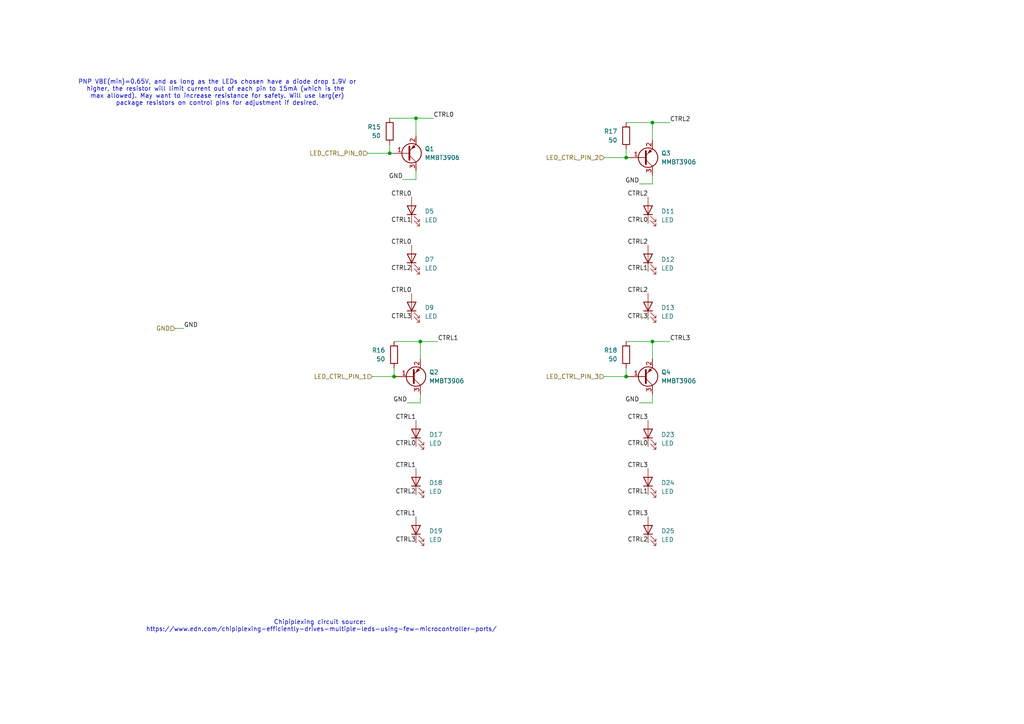
<source format=kicad_sch>
(kicad_sch (version 20231120) (generator "eeschema") (generator_version "8.0")
  (paper "A4")
  (title_block (title "Holiday Widget") (date "2024-05-15") (rev "1.0"))
  (lib_symbols
    (symbol "Device:LED" (pin_numbers hide) (pin_names (offset 1.016) hide)
      (property "Reference" "D" (at 0 2.54 0))
      (property "Value" "LED" (at 0 -2.54 0))
      (symbol "LED_0_1"
        (polyline (pts (xy -1.27 -1.27) (xy -1.27 1.27)) (stroke (width 0.254)))
        (polyline (pts (xy -1.27 0) (xy 1.27 0)))
        (polyline (pts (xy 1.27 -1.27) (xy 1.27 1.27) (xy -1.27 0) (xy 1.27 -1.27)) (stroke (width 0.254)))
        (polyline (pts (xy -3.048 -0.762) (xy -4.572 -2.286) (xy -3.81 -2.286) (xy -4.572 -2.286) (xy -4.572 -1.524)))
        (polyline (pts (xy -1.778 -0.762) (xy -3.302 -2.286) (xy -2.54 -2.286) (xy -3.302 -2.286) (xy -3.302 -1.524)))
      )
      (symbol "LED_1_1"
        (pin passive line (at -3.81 0 0) (length 2.54) (name "K") (number "1"))
        (pin passive line (at 3.81 0 180) (length 2.54) (name "A") (number "2"))
      )
    )
    (symbol "Device:R" (pin_numbers hide) (pin_names (offset 0))
      (property "Reference" "R" (at 2.032 0 90))
      (property "Value" "R" (at 0 0 90))
      (symbol "R_0_1"
        (rectangle (start -1.016 -2.54) (end 1.016 2.54) (stroke (width 0.254)))
      )
      (symbol "R_1_1"
        (pin passive line (at 0 3.81 270) (length 1.27) (name "~") (number "1"))
        (pin passive line (at 0 -3.81 90) (length 1.27) (name "~") (number "2"))
      )
    )
    (symbol "Transistor_BJT:MMBT3906" (pin_names (offset 0) hide)
      (property "Reference" "Q" (at 5.08 1.905 0))
      (property "Value" "MMBT3906" (at 5.08 0 0))
      (symbol "MMBT3906_0_1"
        (polyline (pts (xy 0.635 0.635) (xy 2.54 2.54)))
        (polyline (pts (xy 0.635 -0.635) (xy 2.54 -2.54) (xy 2.54 -2.54)))
        (polyline (pts (xy 0.635 1.905) (xy 0.635 -1.905) (xy 0.635 -1.905)) (stroke (width 0.508)))
        (polyline (pts (xy 2.286 -1.778) (xy 1.778 -2.286) (xy 1.27 -1.27) (xy 2.286 -1.778) (xy 2.286 -1.778)) (fill (type outline)))
        (circle (center 1.27 0) (radius 2.8194) (stroke (width 0.254)))
      )
      (symbol "MMBT3906_1_1"
        (pin input line (at -5.08 0 0) (length 5.715) (name "B") (number "1"))
        (pin passive line (at 2.54 -5.08 90) (length 2.54) (name "E") (number "2"))
        (pin passive line (at 2.54 5.08 270) (length 2.54) (name "C") (number "3"))
      )
    )
  )
  (junction (at 120.65 34.29))
  (junction (at 181.61 45.72))
  (junction (at 113.03 44.45))
  (junction (at 114.3 109.22))
  (junction (at 181.61 109.22))
  (junction (at 189.23 35.56))
  (junction (at 189.23 99.06))
  (junction (at 121.92 99.06))
  (wire (pts (xy 50.8 95.25) (xy 53.34 95.25)))
  (wire (pts (xy 189.23 50.8) (xy 189.23 53.34)))
  (wire (pts (xy 120.65 34.29) (xy 125.73 34.29)))
  (wire (pts (xy 189.23 114.3) (xy 189.23 116.84)))
  (wire (pts (xy 181.61 43.18) (xy 181.61 45.72)))
  (wire (pts (xy 181.61 99.06) (xy 189.23 99.06)))
  (wire (pts (xy 121.92 99.06) (xy 121.92 104.14)))
  (wire (pts (xy 113.03 41.91) (xy 113.03 44.45)))
  (wire (pts (xy 189.23 53.34) (xy 185.42 53.34)))
  (wire (pts (xy 120.65 34.29) (xy 120.65 39.37)))
  (wire (pts (xy 189.23 99.06) (xy 189.23 104.14)))
  (wire (pts (xy 113.03 34.29) (xy 120.65 34.29)))
  (wire (pts (xy 106.68 44.45) (xy 113.03 44.45)))
  (wire (pts (xy 114.3 99.06) (xy 121.92 99.06)))
  (wire (pts (xy 189.23 35.56) (xy 189.23 40.64)))
  (wire (pts (xy 175.26 45.72) (xy 181.61 45.72)))
  (wire (pts (xy 121.92 116.84) (xy 118.11 116.84)))
  (wire (pts (xy 107.95 109.22) (xy 114.3 109.22)))
  (wire (pts (xy 189.23 35.56) (xy 194.31 35.56)))
  (wire (pts (xy 175.26 109.22) (xy 181.61 109.22)))
  (wire (pts (xy 120.65 52.07) (xy 116.84 52.07)))
  (wire (pts (xy 181.61 35.56) (xy 189.23 35.56)))
  (wire (pts (xy 121.92 114.3) (xy 121.92 116.84)))
  (wire (pts (xy 121.92 99.06) (xy 127 99.06)))
  (wire (pts (xy 189.23 99.06) (xy 194.31 99.06)))
  (wire (pts (xy 114.3 106.68) (xy 114.3 109.22)))
  (wire (pts (xy 181.61 106.68) (xy 181.61 109.22)))
  (wire (pts (xy 120.65 49.53) (xy 120.65 52.07)))
  (wire (pts (xy 189.23 116.84) (xy 185.42 116.84)))
  (text "Chipiplexing circuit source: \nhttps://www.edn.com/chipiplexing-efficiently-drives-multiple-leds-using-few-microcontroller-ports/" (at 93.218 181.61 0) (effects (font (size 1.27 1.27))))
  (text "PNP VBE(min)=0.65V, and as long as the LEDs chosen have a diode drop 1.9V or\nhigher, the resistor will limit current out of each pin to 15mA (which is the \nmax allowed). May want to increase resistance for safety. Will use larg(er)\npackage resistors on control pins for adjustment if desired.\n" (at 62.992 26.924 0) (effects (font (size 1.27 1.27))))
  (label "GND" (at 185.42 116.84 180))
  (label "CTRL2" (at 187.96 157.48 180))
  (label "CTRL0" (at 120.65 129.54 180))
  (label "CTRL0" (at 187.96 129.54 180))
  (label "CTRL0" (at 119.38 57.15 180))
  (label "CTRL3" (at 187.96 92.71 180))
  (label "GND" (at 116.84 52.07 180))
  (label "GND" (at 185.42 53.34 180))
  (label "CTRL0" (at 119.38 85.09 180))
  (label "CTRL2" (at 187.96 71.12 180))
  (label "CTRL0" (at 119.38 71.12 180))
  (label "CTRL1" (at 119.38 64.77 180))
  (label "GND" (at 53.34 95.25 0))
  (label "CTRL2" (at 187.96 57.15 180))
  (label "CTRL1" (at 187.96 78.74 180))
  (label "GND" (at 118.11 116.84 180))
  (label "CTRL0" (at 125.73 34.29 0))
  (label "CTRL0" (at 187.96 64.77 180))
  (label "CTRL3" (at 187.96 135.89 180))
  (label "CTRL2" (at 194.31 35.56 0))
  (label "CTRL3" (at 119.38 92.71 180))
  (label "CTRL3" (at 194.31 99.06 0))
  (label "CTRL1" (at 127 99.06 0))
  (label "CTRL1" (at 120.65 135.89 180))
  (label "CTRL1" (at 187.96 143.51 180))
  (label "CTRL1" (at 120.65 121.92 180))
  (label "CTRL2" (at 187.96 85.09 180))
  (label "CTRL2" (at 119.38 78.74 180))
  (label "CTRL1" (at 120.65 149.86 180))
  (label "CTRL3" (at 120.65 157.48 180))
  (label "CTRL2" (at 120.65 143.51 180))
  (label "CTRL3" (at 187.96 121.92 180))
  (label "CTRL3" (at 187.96 149.86 180))
  (hierarchical_label "LED_CTRL_PIN_2" (shape input) (at 175.26 45.72 180))
  (hierarchical_label "LED_CTRL_PIN_0" (shape input) (at 106.68 44.45 180))
  (hierarchical_label "GND" (shape input) (at 50.8 95.25 180))
  (hierarchical_label "LED_CTRL_PIN_3" (shape input) (at 175.26 109.22 180))
  (hierarchical_label "LED_CTRL_PIN_1" (shape input) (at 107.95 109.22 180))
  (symbol (lib_id "Device:LED") (at 120.65 153.67 90) (unit 1)
    (property "Reference" "D19" (at 124.46 153.9874 90) (effects (justify right)))
    (property "Value" "LED" (at 124.46 156.5274 90) (effects (justify right)))
    (property "Footprint" "LED_SMD:LED_0805_2012Metric_Pad1.15x1.40mm_HandSolder" (effects (hide yes)))
    (property "Description" "Light emitting diode" (effects (hide yes)))
    (instances (project "holiday-widget" (path "" (reference "D19") (unit 1)) (path "" (reference "D22") (unit 1))))
  )
  (symbol (lib_id "Device:LED") (at 187.96 139.7 90) (unit 1)
    (property "Reference" "D24" (at 191.77 140.0174 90) (effects (justify right)))
    (property "Value" "LED" (at 191.77 142.5574 90) (effects (justify right)))
    (property "Footprint" "LED_SMD:LED_0805_2012Metric_Pad1.15x1.40mm_HandSolder" (effects (hide yes)))
    (property "Description" "Light emitting diode" (effects (hide yes)))
    (instances (project "holiday-widget" (path "" (reference "D24") (unit 1)) (path "" (reference "D27") (unit 1))))
  )
  (symbol (lib_id "Device:LED") (at 187.96 125.73 90) (unit 1)
    (property "Reference" "D23" (at 191.77 126.0474 90) (effects (justify right)))
    (property "Value" "LED" (at 191.77 128.5874 90) (effects (justify right)))
    (property "Footprint" "LED_SMD:LED_0805_2012Metric_Pad1.15x1.40mm_HandSolder" (effects (hide yes)))
    (property "Description" "Light emitting diode" (effects (hide yes)))
    (instances (project "holiday-widget" (path "" (reference "D23") (unit 1)) (path "" (reference "D26") (unit 1))))
  )
  (symbol (lib_id "Transistor_BJT:MMBT3906") (at 186.69 45.72 0) (mirror x) (unit 1)
    (property "Reference" "Q3" (at 191.77 44.4499 0) (effects (justify left)))
    (property "Value" "MMBT3906" (at 191.77 46.9899 0) (effects (justify left)))
    (property "Footprint" "Package_TO_SOT_SMD:SOT-23" (effects (hide yes)))
    (property "Datasheet" "https://www.onsemi.com/pdf/datasheet/pzt3906-d.pdf" (effects (hide yes)))
    (property "Description" "-0.2A Ic, -40V Vce, Small Signal PNP Transistor, SOT-23" (effects (hide yes)))
    (instances (project "holiday-widget" (path "" (reference "Q3") (unit 1)) (path "" (reference "Q7") (unit 1))))
  )
  (symbol (lib_id "Device:LED") (at 187.96 153.67 90) (unit 1)
    (property "Reference" "D25" (at 191.77 153.9874 90) (effects (justify right)))
    (property "Value" "LED" (at 191.77 156.5274 90) (effects (justify right)))
    (property "Footprint" "LED_SMD:LED_0805_2012Metric_Pad1.15x1.40mm_HandSolder" (effects (hide yes)))
    (property "Description" "Light emitting diode" (effects (hide yes)))
    (instances (project "holiday-widget" (path "" (reference "D25") (unit 1)) (path "" (reference "D28") (unit 1))))
  )
  (symbol (lib_id "Device:LED") (at 119.38 60.96 90) (unit 1)
    (property "Reference" "D5" (at 123.19 61.2774 90) (effects (justify right)))
    (property "Value" "LED" (at 123.19 63.8174 90) (effects (justify right)))
    (property "Footprint" "LED_SMD:LED_0805_2012Metric_Pad1.15x1.40mm_HandSolder" (effects (hide yes)))
    (property "Description" "Light emitting diode" (effects (hide yes)))
    (instances (project "holiday-widget" (path "" (reference "D5") (unit 1)) (path "" (reference "D6") (unit 1))))
  )
  (symbol (lib_id "Device:LED") (at 120.65 139.7 90) (unit 1)
    (property "Reference" "D18" (at 124.46 140.0174 90) (effects (justify right)))
    (property "Value" "LED" (at 124.46 142.5574 90) (effects (justify right)))
    (property "Footprint" "LED_SMD:LED_0805_2012Metric_Pad1.15x1.40mm_HandSolder" (effects (hide yes)))
    (property "Description" "Light emitting diode" (effects (hide yes)))
    (instances (project "holiday-widget" (path "" (reference "D18") (unit 1)) (path "" (reference "D21") (unit 1))))
  )
  (symbol (lib_id "Device:R") (at 114.3 102.87 0) (unit 1)
    (property "Reference" "R16" (at 111.76 101.5999 0) (effects (justify right)))
    (property "Value" "50" (at 111.76 104.1399 0) (effects (justify right)))
    (property "Footprint" "Resistor_SMD:R_0603_1608Metric_Pad0.98x0.95mm_HandSolder" (effects (hide yes)))
    (property "Description" "Resistor" (effects (hide yes)))
    (instances (project "holiday-widget" (path "" (reference "R16") (unit 1)) (path "" (reference "R20") (unit 1))))
  )
  (symbol (lib_id "Device:LED") (at 187.96 60.96 90) (unit 1)
    (property "Reference" "D11" (at 191.77 61.2774 90) (effects (justify right)))
    (property "Value" "LED" (at 191.77 63.8174 90) (effects (justify right)))
    (property "Footprint" "LED_SMD:LED_0805_2012Metric_Pad1.15x1.40mm_HandSolder" (effects (hide yes)))
    (property "Description" "Light emitting diode" (effects (hide yes)))
    (instances (project "holiday-widget" (path "" (reference "D11") (unit 1)) (path "" (reference "D14") (unit 1))))
  )
  (symbol (lib_id "Device:LED") (at 120.65 125.73 90) (unit 1)
    (property "Reference" "D17" (at 124.46 126.0474 90) (effects (justify right)))
    (property "Value" "LED" (at 124.46 128.5874 90) (effects (justify right)))
    (property "Footprint" "LED_SMD:LED_0805_2012Metric_Pad1.15x1.40mm_HandSolder" (effects (hide yes)))
    (property "Description" "Light emitting diode" (effects (hide yes)))
    (instances (project "holiday-widget" (path "" (reference "D17") (unit 1)) (path "" (reference "D20") (unit 1))))
  )
  (symbol (lib_id "Device:R") (at 181.61 39.37 0) (unit 1)
    (property "Reference" "R17" (at 179.07 38.0999 0) (effects (justify right)))
    (property "Value" "50" (at 179.07 40.6399 0) (effects (justify right)))
    (property "Footprint" "Resistor_SMD:R_0603_1608Metric_Pad0.98x0.95mm_HandSolder" (effects (hide yes)))
    (property "Description" "Resistor" (effects (hide yes)))
    (instances (project "holiday-widget" (path "" (reference "R17") (unit 1)) (path "" (reference "R21") (unit 1))))
  )
  (symbol (lib_id "Device:LED") (at 119.38 88.9 90) (unit 1)
    (property "Reference" "D9" (at 123.19 89.2174 90) (effects (justify right)))
    (property "Value" "LED" (at 123.19 91.7574 90) (effects (justify right)))
    (property "Footprint" "LED_SMD:LED_0805_2012Metric_Pad1.15x1.40mm_HandSolder" (effects (hide yes)))
    (property "Description" "Light emitting diode" (effects (hide yes)))
    (instances (project "holiday-widget" (path "" (reference "D9") (unit 1)) (path "" (reference "D10") (unit 1))))
  )
  (symbol (lib_id "Transistor_BJT:MMBT3906") (at 119.38 109.22 0) (mirror x) (unit 1)
    (property "Reference" "Q2" (at 124.46 107.9499 0) (effects (justify left)))
    (property "Value" "MMBT3906" (at 124.46 110.4899 0) (effects (justify left)))
    (property "Footprint" "Package_TO_SOT_SMD:SOT-23" (effects (hide yes)))
    (property "Datasheet" "https://www.onsemi.com/pdf/datasheet/pzt3906-d.pdf" (effects (hide yes)))
    (property "Description" "-0.2A Ic, -40V Vce, Small Signal PNP Transistor, SOT-23" (effects (hide yes)))
    (instances (project "holiday-widget" (path "" (reference "Q2") (unit 1)) (path "" (reference "Q6") (unit 1))))
  )
  (symbol (lib_id "Device:LED") (at 187.96 88.9 90) (unit 1)
    (property "Reference" "D13" (at 191.77 89.2174 90) (effects (justify right)))
    (property "Value" "LED" (at 191.77 91.7574 90) (effects (justify right)))
    (property "Footprint" "LED_SMD:LED_0805_2012Metric_Pad1.15x1.40mm_HandSolder" (effects (hide yes)))
    (property "Description" "Light emitting diode" (effects (hide yes)))
    (instances (project "holiday-widget" (path "" (reference "D13") (unit 1)) (path "" (reference "D16") (unit 1))))
  )
  (symbol (lib_id "Device:LED") (at 119.38 74.93 90) (unit 1)
    (property "Reference" "D7" (at 123.19 75.2474 90) (effects (justify right)))
    (property "Value" "LED" (at 123.19 77.7874 90) (effects (justify right)))
    (property "Footprint" "LED_SMD:LED_0805_2012Metric_Pad1.15x1.40mm_HandSolder" (effects (hide yes)))
    (property "Description" "Light emitting diode" (effects (hide yes)))
    (instances (project "holiday-widget" (path "" (reference "D7") (unit 1)) (path "" (reference "D8") (unit 1))))
  )
  (symbol (lib_id "Device:LED") (at 187.96 74.93 90) (unit 1)
    (property "Reference" "D12" (at 191.77 75.2474 90) (effects (justify right)))
    (property "Value" "LED" (at 191.77 77.7874 90) (effects (justify right)))
    (property "Footprint" "LED_SMD:LED_0805_2012Metric_Pad1.15x1.40mm_HandSolder" (effects (hide yes)))
    (property "Description" "Light emitting diode" (effects (hide yes)))
    (instances (project "holiday-widget" (path "" (reference "D12") (unit 1)) (path "" (reference "D15") (unit 1))))
  )
  (symbol (lib_id "Device:R") (at 181.61 102.87 0) (unit 1)
    (property "Reference" "R18" (at 179.07 101.5999 0) (effects (justify right)))
    (property "Value" "50" (at 179.07 104.1399 0) (effects (justify right)))
    (property "Footprint" "Resistor_SMD:R_0603_1608Metric_Pad0.98x0.95mm_HandSolder" (effects (hide yes)))
    (property "Description" "Resistor" (effects (hide yes)))
    (instances (project "holiday-widget" (path "" (reference "R18") (unit 1)) (path "" (reference "R22") (unit 1))))
  )
  (symbol (lib_id "Transistor_BJT:MMBT3906") (at 118.11 44.45 0) (mirror x) (unit 1)
    (property "Reference" "Q1" (at 123.19 43.1799 0) (effects (justify left)))
    (property "Value" "MMBT3906" (at 123.19 45.7199 0) (effects (justify left)))
    (property "Footprint" "Package_TO_SOT_SMD:SOT-23" (effects (hide yes)))
    (property "Datasheet" "https://www.onsemi.com/pdf/datasheet/pzt3906-d.pdf" (effects (hide yes)))
    (property "Description" "-0.2A Ic, -40V Vce, Small Signal PNP Transistor, SOT-23" (effects (hide yes)))
    (instances (project "holiday-widget" (path "" (reference "Q1") (unit 1)) (path "" (reference "Q5") (unit 1))))
  )
  (symbol (lib_id "Transistor_BJT:MMBT3906") (at 186.69 109.22 0) (mirror x) (unit 1)
    (property "Reference" "Q4" (at 191.77 107.9499 0) (effects (justify left)))
    (property "Value" "MMBT3906" (at 191.77 110.4899 0) (effects (justify left)))
    (property "Footprint" "Package_TO_SOT_SMD:SOT-23" (effects (hide yes)))
    (property "Datasheet" "https://www.onsemi.com/pdf/datasheet/pzt3906-d.pdf" (effects (hide yes)))
    (property "Description" "-0.2A Ic, -40V Vce, Small Signal PNP Transistor, SOT-23" (effects (hide yes)))
    (instances (project "holiday-widget" (path "" (reference "Q4") (unit 1)) (path "" (reference "Q8") (unit 1))))
  )
  (symbol (lib_id "Device:R") (at 113.03 38.1 0) (unit 1)
    (property "Reference" "R15" (at 110.49 36.8299 0) (effects (justify right)))
    (property "Value" "50" (at 110.49 39.3699 0) (effects (justify right)))
    (property "Footprint" "Resistor_SMD:R_0603_1608Metric_Pad0.98x0.95mm_HandSolder" (effects (hide yes)))
    (property "Description" "Resistor" (effects (hide yes)))
    (instances (project "holiday-widget" (path "" (reference "R15") (unit 1)) (path "" (reference "R19") (unit 1))))
  )
)
</source>
